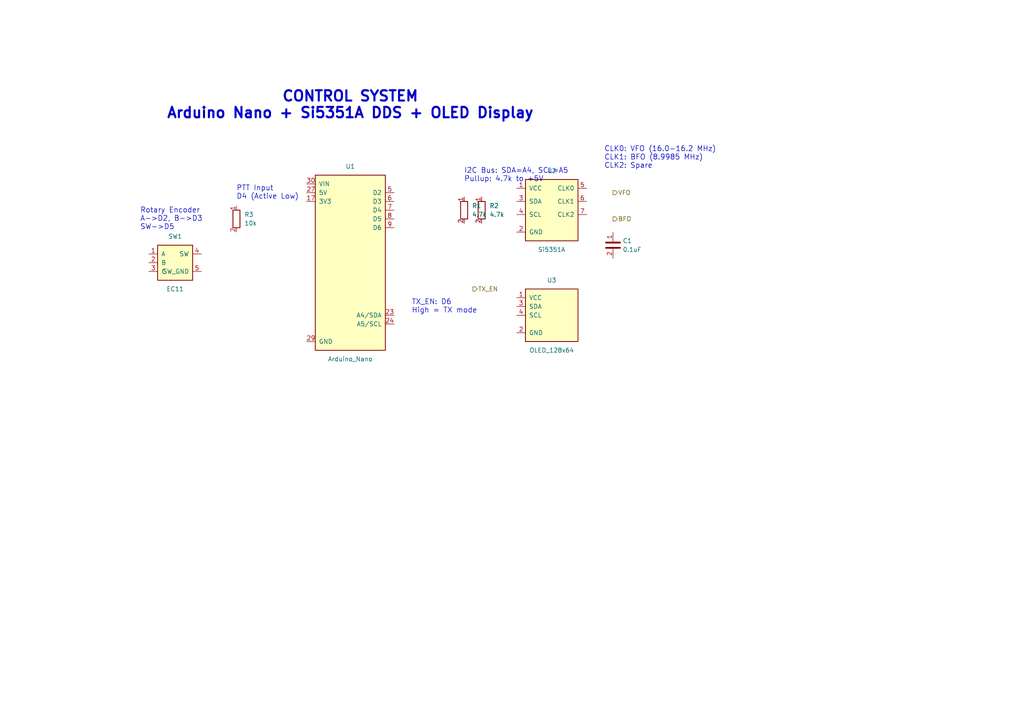
<source format=kicad_sch>
(kicad_sch (version 20231120) (generator "eeschema") (generator_version "8.0")
  (paper "A4")
  (title_block (title "Control System") (date "2024-12-24") (rev "1.0") (comment 1 "Arduino Nano + Si5351A + OLED"))
  (lib_symbols
    (symbol "Arduino_Nano:Arduino_Nano" (pin_names (offset 1.016))
      (property "Reference" "U" (at 0 26.67 0))
      (property "Value" "Arduino_Nano" (at 0 -26.67 0))
      (symbol "Arduino_Nano_0_1"
        (rectangle (start -10.16 25.4) (end 10.16 -25.4) (stroke (width 0.254)) (fill (type background)))
      )
      (symbol "Arduino_Nano_1_1"
        (pin power_in line (at -12.7 22.86 0) (length 2.54) (name "VIN") (number "30"))
        (pin power_out line (at -12.7 20.32 0) (length 2.54) (name "5V") (number "27"))
        (pin power_out line (at -12.7 17.78 0) (length 2.54) (name "3V3") (number "17"))
        (pin power_in line (at -12.7 -22.86 0) (length 2.54) (name "GND") (number "29"))
        (pin bidirectional line (at 12.7 20.32 180) (length 2.54) (name "D2") (number "5"))
        (pin bidirectional line (at 12.7 17.78 180) (length 2.54) (name "D3") (number "6"))
        (pin bidirectional line (at 12.7 15.24 180) (length 2.54) (name "D4") (number "7"))
        (pin bidirectional line (at 12.7 12.7 180) (length 2.54) (name "D5") (number "8"))
        (pin bidirectional line (at 12.7 10.16 180) (length 2.54) (name "D6") (number "9"))
        (pin bidirectional line (at 12.7 -15.24 180) (length 2.54) (name "A4/SDA") (number "23"))
        (pin bidirectional line (at 12.7 -17.78 180) (length 2.54) (name "A5/SCL") (number "24"))
      )
    )
    (symbol "Si5351:Si5351A_Module" (pin_names (offset 1.016))
      (property "Reference" "U" (at 0 10.16 0))
      (property "Value" "Si5351A_Module" (at 0 -10.16 0))
      (symbol "Si5351A_Module_0_1"
        (rectangle (start -7.62 8.89) (end 7.62 -8.89) (stroke (width 0.254)) (fill (type background)))
      )
      (symbol "Si5351A_Module_1_1"
        (pin power_in line (at -10.16 6.35 0) (length 2.54) (name "VCC") (number "1"))
        (pin power_in line (at -10.16 -6.35 0) (length 2.54) (name "GND") (number "2"))
        (pin bidirectional line (at -10.16 2.54 0) (length 2.54) (name "SDA") (number "3"))
        (pin bidirectional line (at -10.16 -1.27 0) (length 2.54) (name "SCL") (number "4"))
        (pin output line (at 10.16 6.35 180) (length 2.54) (name "CLK0") (number "5"))
        (pin output line (at 10.16 2.54 180) (length 2.54) (name "CLK1") (number "6"))
        (pin output line (at 10.16 -1.27 180) (length 2.54) (name "CLK2") (number "7"))
      )
    )
    (symbol "OLED:OLED_I2C_128x64" (pin_names (offset 1.016))
      (property "Reference" "U" (at 0 8.89 0))
      (property "Value" "OLED_128x64" (at 0 -8.89 0))
      (symbol "OLED_I2C_128x64_0_1"
        (rectangle (start -7.62 7.62) (end 7.62 -7.62) (stroke (width 0.254)) (fill (type background)))
      )
      (symbol "OLED_I2C_128x64_1_1"
        (pin power_in line (at -10.16 5.08 0) (length 2.54) (name "VCC") (number "1"))
        (pin power_in line (at -10.16 -5.08 0) (length 2.54) (name "GND") (number "2"))
        (pin bidirectional line (at -10.16 2.54 0) (length 2.54) (name "SDA") (number "3"))
        (pin input line (at -10.16 0 0) (length 2.54) (name "SCL") (number "4"))
      )
    )
    (symbol "Encoder:RotaryEncoder_SW" (pin_names (offset 1.016))
      (property "Reference" "SW" (at 0 6.35 0))
      (property "Value" "RotaryEncoder" (at 0 -6.35 0))
      (symbol "RotaryEncoder_SW_0_1"
        (rectangle (start -5.08 5.08) (end 5.08 -5.08) (stroke (width 0.254)) (fill (type background)))
      )
      (symbol "RotaryEncoder_SW_1_1"
        (pin output line (at -7.62 2.54 0) (length 2.54) (name "A") (number "1"))
        (pin output line (at -7.62 0 0) (length 2.54) (name "B") (number "2"))
        (pin passive line (at -7.62 -2.54 0) (length 2.54) (name "C") (number "3"))
        (pin output line (at 7.62 2.54 180) (length 2.54) (name "SW") (number "4"))
        (pin passive line (at 7.62 -2.54 180) (length 2.54) (name "SW_GND") (number "5"))
      )
    )
    (symbol "Device:R" (pin_names (offset 0))
      (property "Reference" "R" (at 2.032 0 90))
      (property "Value" "R" (at 0 0 90))
      (symbol "R_0_1"
        (rectangle (start -1.016 -2.54) (end 1.016 2.54) (stroke (width 0.254)))
      )
      (symbol "R_1_1"
        (pin passive line (at 0 3.81 270) (length 1.27) (name "~") (number "1"))
        (pin passive line (at 0 -3.81 90) (length 1.27) (name "~") (number "2"))
      )
    )
    (symbol "Device:C" (pin_names (offset 0.254))
      (property "Reference" "C" (at 0.635 2.54 0))
      (property "Value" "C" (at 0.635 -2.54 0))
      (symbol "C_0_1"
        (polyline (pts (xy -2.032 -0.762) (xy 2.032 -0.762)) (stroke (width 0.508)))
        (polyline (pts (xy -2.032 0.762) (xy 2.032 0.762)) (stroke (width 0.508)))
      )
      (symbol "C_1_1"
        (pin passive line (at 0 3.81 270) (length 2.794) (name "~") (number "1"))
        (pin passive line (at 0 -3.81 90) (length 2.794) (name "~") (number "2"))
      )
    )
  )
  (hierarchical_label "VFO" (shape output) (at 177.8 55.88 0))
  (hierarchical_label "BFO" (shape output) (at 177.8 63.5 0))
  (hierarchical_label "TX_EN" (shape output) (at 137.16 83.82 0))
  (symbol (lib_id "Arduino_Nano:Arduino_Nano") (at 101.6 76.2 0) (unit 1)
    (property "Reference" "U1" (at 101.6 48.26 0))
    (property "Value" "Arduino_Nano" (at 101.6 104.14 0))
  )
  (symbol (lib_id "Si5351:Si5351A_Module") (at 160.02 60.96 0) (unit 1)
    (property "Reference" "U2" (at 160.02 49.53 0))
    (property "Value" "Si5351A" (at 160.02 72.39 0))
  )
  (symbol (lib_id "OLED:OLED_I2C_128x64") (at 160.02 91.44 0) (unit 1)
    (property "Reference" "U3" (at 160.02 81.28 0))
    (property "Value" "OLED_128x64" (at 160.02 101.6 0))
  )
  (symbol (lib_id "Encoder:RotaryEncoder_SW") (at 50.8 76.2 0) (unit 1)
    (property "Reference" "SW1" (at 50.8 68.58 0))
    (property "Value" "EC11" (at 50.8 83.82 0))
  )
  (symbol (lib_id "Device:R") (at 134.62 60.96 0) (unit 1)
    (property "Reference" "R1" (at 136.906 59.69 0) (effects (justify left)))
    (property "Value" "4.7k" (at 136.906 62.23 0) (effects (justify left)))
  )
  (symbol (lib_id "Device:R") (at 139.7 60.96 0) (unit 1)
    (property "Reference" "R2" (at 141.986 59.69 0) (effects (justify left)))
    (property "Value" "4.7k" (at 141.986 62.23 0) (effects (justify left)))
  )
  (symbol (lib_id "Device:R") (at 68.58 63.5 0) (unit 1)
    (property "Reference" "R3" (at 70.866 62.23 0) (effects (justify left)))
    (property "Value" "10k" (at 70.866 64.77 0) (effects (justify left)))
  )
  (symbol (lib_id "Device:C") (at 177.8 71.12 0) (unit 1)
    (property "Reference" "C1" (at 180.594 69.85 0) (effects (justify left)))
    (property "Value" "0.1uF" (at 180.594 72.39 0) (effects (justify left)))
  )
  (text "CONTROL SYSTEM\nArduino Nano + Si5351A DDS + OLED Display" (at 101.6 30.48 0) (effects (font (size 3 3) (bold yes))))
  (text "I2C Bus: SDA=A4, SCL=A5\nPullup: 4.7k to +5V" (at 134.62 50.8 0) (effects (font (size 1.5 1.5)) (justify left)))
  (text "Rotary Encoder\nA->D2, B->D3\nSW->D5" (at 40.64 63.5 0) (effects (font (size 1.5 1.5)) (justify left)))
  (text "PTT Input\nD4 (Active Low)" (at 68.58 55.88 0) (effects (font (size 1.5 1.5)) (justify left)))
  (text "CLK0: VFO (16.0-16.2 MHz)\nCLK1: BFO (8.9985 MHz)\nCLK2: Spare" (at 175.26 45.72 0) (effects (font (size 1.5 1.5)) (justify left)))
  (text "TX_EN: D6\nHigh = TX mode" (at 119.38 88.9 0) (effects (font (size 1.5 1.5)) (justify left)))
)
</source>
